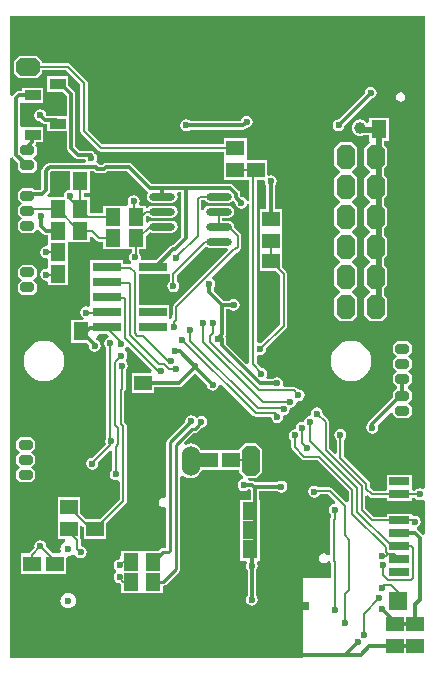
<source format=gbl>
%FSLAX25Y25*%
%MOIN*%
G70*
G01*
G75*
G04 Layer_Physical_Order=2*
G04 Layer_Color=16711680*
%ADD10R,0.05118X0.02165*%
%ADD11R,0.00984X0.02756*%
%ADD12R,0.02756X0.00984*%
%ADD13R,0.02756X0.01000*%
%ADD14R,0.01000X0.02756*%
%ADD15O,0.01102X0.05906*%
%ADD16O,0.05906X0.01102*%
%ADD17R,0.04331X0.02559*%
%ADD18O,0.08661X0.02362*%
%ADD19C,0.03937*%
%ADD20R,0.05118X0.05906*%
%ADD21R,0.05906X0.05118*%
%ADD22R,0.16535X0.05512*%
%ADD23R,0.09843X0.07874*%
%ADD24R,0.09055X0.01969*%
%ADD25R,0.05512X0.03543*%
%ADD26R,0.05118X0.06299*%
%ADD27R,0.07874X0.07874*%
%ADD28R,0.10630X0.06299*%
%ADD29R,0.07874X0.04724*%
%ADD30R,0.10236X0.08661*%
%ADD31C,0.00800*%
%ADD32C,0.01200*%
%ADD33C,0.01181*%
%ADD34C,0.01969*%
%ADD35C,0.01000*%
%ADD36C,0.00787*%
%ADD37C,0.02000*%
%ADD38O,0.06000X0.10000*%
G04:AMPARAMS|DCode=39|XSize=100mil|YSize=60mil|CornerRadius=0mil|HoleSize=0mil|Usage=FLASHONLY|Rotation=270.000|XOffset=0mil|YOffset=0mil|HoleType=Round|Shape=Octagon|*
%AMOCTAGOND39*
4,1,8,-0.01500,-0.05000,0.01500,-0.05000,0.03000,-0.03500,0.03000,0.03500,0.01500,0.05000,-0.01500,0.05000,-0.03000,0.03500,-0.03000,-0.03500,-0.01500,-0.05000,0.0*
%
%ADD39OCTAGOND39*%

G04:AMPARAMS|DCode=40|XSize=80mil|YSize=60mil|CornerRadius=0mil|HoleSize=0mil|Usage=FLASHONLY|Rotation=0.000|XOffset=0mil|YOffset=0mil|HoleType=Round|Shape=Octagon|*
%AMOCTAGOND40*
4,1,8,0.04000,-0.01500,0.04000,0.01500,0.02500,0.03000,-0.02500,0.03000,-0.04000,0.01500,-0.04000,-0.01500,-0.02500,-0.03000,0.02500,-0.03000,0.04000,-0.01500,0.0*
%
%ADD40OCTAGOND40*%

G04:AMPARAMS|DCode=41|XSize=31.5mil|YSize=39.37mil|CornerRadius=0mil|HoleSize=0mil|Usage=FLASHONLY|Rotation=90.000|XOffset=0mil|YOffset=0mil|HoleType=Round|Shape=Octagon|*
%AMOCTAGOND41*
4,1,8,-0.01969,-0.00787,-0.01969,0.00787,-0.01181,0.01575,0.01181,0.01575,0.01969,0.00787,0.01969,-0.00787,0.01181,-0.01575,-0.01181,-0.01575,-0.01969,-0.00787,0.0*
%
%ADD41OCTAGOND41*%

G04:AMPARAMS|DCode=42|XSize=35.43mil|YSize=47.24mil|CornerRadius=0mil|HoleSize=0mil|Usage=FLASHONLY|Rotation=90.000|XOffset=0mil|YOffset=0mil|HoleType=Round|Shape=Octagon|*
%AMOCTAGOND42*
4,1,8,-0.02362,-0.00886,-0.02362,0.00886,-0.01476,0.01772,0.01476,0.01772,0.02362,0.00886,0.02362,-0.00886,0.01476,-0.01772,-0.01476,-0.01772,-0.02362,-0.00886,0.0*
%
%ADD42OCTAGOND42*%

G04:AMPARAMS|DCode=43|XSize=80mil|YSize=60mil|CornerRadius=0mil|HoleSize=0mil|Usage=FLASHONLY|Rotation=90.000|XOffset=0mil|YOffset=0mil|HoleType=Round|Shape=Octagon|*
%AMOCTAGOND43*
4,1,8,0.01500,0.04000,-0.01500,0.04000,-0.03000,0.02500,-0.03000,-0.02500,-0.01500,-0.04000,0.01500,-0.04000,0.03000,-0.02500,0.03000,0.02500,0.01500,0.04000,0.0*
%
%ADD43OCTAGOND43*%

%ADD44C,0.02362*%
%ADD45R,0.09449X0.02913*%
%ADD46R,0.05512X0.03150*%
%ADD47R,0.05906X0.05118*%
%ADD48R,0.06890X0.02756*%
%ADD49R,0.05906X0.05906*%
%ADD50R,0.03150X0.05906*%
%ADD51R,0.06102X0.03937*%
G36*
X528524Y241042D02*
X527802Y240655D01*
X527540Y240831D01*
X526772Y240983D01*
X526004Y240831D01*
X525352Y240396D01*
X525213Y240187D01*
X524890D01*
X524311Y240766D01*
Y241142D01*
Y241142D01*
D01*
X524311Y241721D01*
X524311Y241721D01*
X524311Y241721D01*
Y245472D01*
X515846D01*
Y241721D01*
X515846Y241721D01*
X515846Y241721D01*
X515846Y241142D01*
Y241142D01*
D01*
Y240766D01*
X515267Y240187D01*
X511525D01*
X510278Y241434D01*
Y242507D01*
X510278Y242507D01*
X510186Y242970D01*
X510099Y243101D01*
X509924Y243363D01*
X509924Y243363D01*
X501621Y251666D01*
Y257201D01*
X501829Y257341D01*
X502264Y257992D01*
X502417Y258760D01*
X502264Y259528D01*
X501829Y260179D01*
X501178Y260614D01*
X500410Y260767D01*
X499642Y260614D01*
X498991Y260179D01*
X498556Y259528D01*
X498403Y258760D01*
X498556Y257992D01*
X498991Y257341D01*
X499199Y257201D01*
Y252878D01*
X498443Y252565D01*
X496683Y254324D01*
Y262992D01*
X496683Y262992D01*
X496591Y263455D01*
X496328Y263848D01*
X494478Y265699D01*
X494527Y265945D01*
X494374Y266713D01*
X493939Y267364D01*
X493288Y267799D01*
X492520Y267952D01*
X491752Y267799D01*
X491101Y267364D01*
X490665Y266713D01*
X490513Y265945D01*
X490537Y265823D01*
X490082Y265142D01*
X489586Y265043D01*
X488935Y264608D01*
X488500Y263957D01*
X488347Y263189D01*
X488070Y263134D01*
X487598Y263228D01*
X486830Y263075D01*
X486179Y262640D01*
X485744Y261988D01*
X485591Y261221D01*
D01*
X485236Y260668D01*
D01*
X484468Y260516D01*
X483817Y260081D01*
X483382Y259430D01*
X483229Y258661D01*
X483382Y257893D01*
X483817Y257242D01*
X484026Y257103D01*
Y254686D01*
X484026Y254686D01*
X484118Y254223D01*
X484380Y253830D01*
X487485Y250725D01*
X487485Y250725D01*
X487878Y250463D01*
X487955Y250447D01*
X488341Y250370D01*
X488341Y250370D01*
X492723D01*
X503095Y239998D01*
Y236695D01*
X502338Y236382D01*
X497707Y241014D01*
X497314Y241276D01*
X496850Y241368D01*
X496850Y241368D01*
X493082D01*
X492500Y241757D01*
X491732Y241909D01*
X490964Y241757D01*
X490313Y241322D01*
X489878Y240670D01*
X489725Y239902D01*
X489878Y239134D01*
X490313Y238483D01*
X490964Y238048D01*
X491732Y237895D01*
X492500Y238048D01*
X493152Y238483D01*
X493461Y238947D01*
X496349D01*
X498592Y236704D01*
X498449Y235987D01*
X498412Y235863D01*
X497657Y235713D01*
X497006Y235278D01*
X496571Y234626D01*
X496418Y233858D01*
X496571Y233090D01*
X497006Y232439D01*
X497215Y232300D01*
Y231364D01*
X497199Y231341D01*
X497038Y231100D01*
X496946Y230637D01*
X496946Y230637D01*
Y218873D01*
X496162Y218635D01*
X496017Y218852D01*
X495496Y219200D01*
X494882Y219322D01*
X494267Y219200D01*
X493747Y218852D01*
X493399Y218331D01*
X493276Y217717D01*
X493399Y217102D01*
X493747Y216581D01*
X494267Y216233D01*
X494882Y216111D01*
X495496Y216233D01*
X496017Y216581D01*
X496187Y216835D01*
X496990Y216675D01*
X497038Y216435D01*
X497214Y216172D01*
Y211024D01*
X487795D01*
Y184468D01*
X390374D01*
Y237795D01*
X390374Y237795D01*
X390374Y237795D01*
Y237795D01*
Y351157D01*
X391157Y351395D01*
X391313Y351161D01*
X391313Y351161D01*
X391313Y351161D01*
X392913Y349561D01*
Y347342D01*
X394193Y346063D01*
X397933D01*
X399213Y347342D01*
Y349902D01*
X397992Y351122D01*
X399213Y352343D01*
Y354902D01*
X398709Y355405D01*
X398945Y355758D01*
X399052Y356299D01*
X401378D01*
Y361417D01*
X394291D01*
D01*
X394291D01*
X393728Y361981D01*
Y369488D01*
X394291D01*
Y369488D01*
X401378D01*
Y374606D01*
X394291D01*
Y373462D01*
X393307D01*
X392766Y373354D01*
X392307Y373047D01*
X391313Y372054D01*
X391157Y371820D01*
X390374Y372058D01*
Y398603D01*
X528524D01*
Y241042D01*
D02*
G37*
G36*
X510168Y238120D02*
X510168Y238120D01*
X510560Y237858D01*
X510560Y237858D01*
X510560Y237858D01*
D01*
X510560Y237858D01*
X510560Y237858D01*
X511024Y237766D01*
X515846D01*
Y236811D01*
X524311D01*
Y237766D01*
X525213D01*
X525352Y237557D01*
X526004Y237122D01*
X526772Y236969D01*
X527540Y237122D01*
X527802Y237297D01*
X528524Y236911D01*
Y225912D01*
X527797Y225426D01*
X527768Y225414D01*
X526197Y226985D01*
X525785Y227260D01*
X525945Y228063D01*
X525965Y228067D01*
X526616Y228502D01*
X527051Y229153D01*
X527204Y229921D01*
X527051Y230689D01*
X526616Y231341D01*
X525965Y231776D01*
X525197Y231928D01*
X524944Y231878D01*
X524311Y232398D01*
Y232480D01*
X515846D01*
Y231526D01*
X511525D01*
X508691Y234360D01*
Y238527D01*
X509447Y238840D01*
X510168Y238120D01*
D02*
G37*
%LPC*%
G36*
X522933Y290098D02*
X519193D01*
X517913Y288819D01*
Y286260D01*
X519134Y285039D01*
X517913Y283819D01*
Y281260D01*
X519134Y280039D01*
X517913Y278819D01*
Y276260D01*
X519193Y274980D01*
Y274980D01*
D01*
Y274488D01*
X519193D01*
X519193Y274488D01*
X517913Y273209D01*
Y271305D01*
X510023Y263415D01*
X509717Y262956D01*
X509661Y262678D01*
X509604Y262640D01*
X509169Y261988D01*
X509017Y261221D01*
X509169Y260452D01*
X509604Y259801D01*
X510256Y259366D01*
X511024Y259213D01*
X511792Y259366D01*
X512443Y259801D01*
X512878Y260452D01*
X513031Y261221D01*
X512878Y261988D01*
X512766Y262156D01*
X517157Y266547D01*
X517913Y266234D01*
Y265650D01*
X519193Y264370D01*
X522933D01*
X524213Y265650D01*
Y268209D01*
X522992Y269429D01*
X524213Y270650D01*
Y273209D01*
X522933Y274488D01*
Y274488D01*
D01*
Y274980D01*
X522933D01*
X522933Y274980D01*
X524213Y276260D01*
Y278819D01*
X522992Y280039D01*
X524213Y281260D01*
Y283819D01*
X522992Y285039D01*
X524213Y286260D01*
Y288819D01*
X522933Y290098D01*
D02*
G37*
G36*
X397933Y315551D02*
X394193D01*
X392913Y314272D01*
Y311713D01*
X394134Y310492D01*
X392913Y309272D01*
Y306713D01*
X394193Y305433D01*
X397933D01*
X399213Y306713D01*
Y309272D01*
X397992Y310492D01*
X399213Y311713D01*
Y314272D01*
X397933Y315551D01*
D02*
G37*
G36*
X450681Y265393D02*
X449913Y265240D01*
X449262Y264805D01*
X448827Y264154D01*
X448674Y263386D01*
X448699Y263260D01*
X442773Y257334D01*
X442488Y256908D01*
X442388Y256405D01*
Y238302D01*
X441755Y237782D01*
X441535Y237826D01*
X440921Y237704D01*
X440400Y237356D01*
X440052Y236835D01*
X439930Y236221D01*
X440052Y235606D01*
X440400Y235085D01*
X440921Y234737D01*
X441535Y234615D01*
X441755Y234659D01*
X442388Y234139D01*
Y221194D01*
X441338D01*
X440835Y221094D01*
X440410Y220809D01*
X439876Y220276D01*
X434646D01*
D01*
D01*
X434646Y220276D01*
X433858D01*
Y220276D01*
X427165D01*
Y219341D01*
X426772Y217361D01*
X426004Y217209D01*
X425352Y216774D01*
X424917Y216122D01*
X424765Y215354D01*
X424917Y214586D01*
X425352Y213935D01*
X425562Y213795D01*
Y212976D01*
X425352Y212837D01*
X424917Y212185D01*
X424765Y211417D01*
X424917Y210649D01*
X425352Y209998D01*
X426004Y209563D01*
X426648Y209435D01*
X427097Y208986D01*
X427097Y208986D01*
X427165Y208941D01*
Y206102D01*
X433858D01*
Y206102D01*
X433858D01*
X433858Y206102D01*
X434646D01*
Y206102D01*
X441339D01*
Y208530D01*
X441840Y208630D01*
X442266Y208914D01*
X442266Y208914D01*
X442266Y208914D01*
X446629Y213278D01*
X446913Y213703D01*
X447013Y214206D01*
Y244944D01*
X447658Y245439D01*
X447748Y245483D01*
X448523Y244889D01*
X449444Y244507D01*
X450433Y244377D01*
X451422Y244507D01*
X452343Y244889D01*
X453134Y245496D01*
X453741Y246287D01*
X454123Y247208D01*
X454128Y247244D01*
X466646D01*
Y246303D01*
X468084Y244864D01*
X467847Y244081D01*
X467342Y243980D01*
X466691Y243545D01*
X466256Y242894D01*
X466103Y242126D01*
X466256Y241358D01*
X466691Y240707D01*
X467342Y240272D01*
X468110Y240119D01*
X468878Y240272D01*
X469529Y240707D01*
X469532Y240711D01*
X470280D01*
X470436Y240556D01*
Y237205D01*
X466929D01*
Y230904D01*
X466929D01*
Y223424D01*
X466929D01*
Y216929D01*
X468814D01*
X469200Y216207D01*
X469012Y215926D01*
X468859Y215158D01*
X469012Y214389D01*
X469447Y213738D01*
X469452Y213735D01*
Y205359D01*
X469447Y205356D01*
X469012Y204705D01*
X468859Y203937D01*
X469012Y203169D01*
X469447Y202518D01*
X470098Y202083D01*
X470866Y201930D01*
X471634Y202083D01*
X472285Y202518D01*
X472720Y203169D01*
X472873Y203937D01*
X472720Y204705D01*
X472285Y205356D01*
X472281Y205359D01*
Y213735D01*
X472285Y213738D01*
X472720Y214389D01*
X472873Y215158D01*
X472720Y215926D01*
X472532Y216207D01*
X472919Y216929D01*
X473622D01*
Y224409D01*
X473622D01*
Y229724D01*
X473622D01*
Y237205D01*
X473265D01*
Y240121D01*
X479286D01*
X479289Y240116D01*
X479941Y239681D01*
X480709Y239528D01*
X481477Y239681D01*
X482128Y240116D01*
X482563Y240767D01*
X482716Y241535D01*
X482563Y242303D01*
X482128Y242955D01*
X481477Y243390D01*
X480709Y243543D01*
X479941Y243390D01*
X479289Y242955D01*
X479286Y242950D01*
X472043D01*
X471866Y243126D01*
X471408Y243433D01*
X470866Y243541D01*
X470070D01*
X469583Y244198D01*
X469647Y244409D01*
X472327D01*
X474221Y246303D01*
Y254090D01*
X472327Y255984D01*
X468539D01*
X466646Y254090D01*
Y253937D01*
X453812D01*
X453741Y254107D01*
X453134Y254898D01*
X452343Y255505D01*
X451422Y255887D01*
X450433Y256017D01*
X449444Y255887D01*
X448690Y255574D01*
X448235Y256255D01*
X451372Y259392D01*
X451792D01*
X452294Y259492D01*
X452720Y259777D01*
X452720Y259777D01*
X452720Y259777D01*
X454125Y261182D01*
X454811Y261318D01*
X455463Y261754D01*
X455898Y262405D01*
X456050Y263173D01*
X455898Y263941D01*
X455463Y264592D01*
X454811Y265027D01*
X454043Y265180D01*
X453275Y265027D01*
X452624Y264592D01*
D01*
X452624Y264592D01*
X452624Y264592D01*
X452624Y264592D01*
Y264592D01*
X452100Y264805D01*
Y264805D01*
X451449Y265240D01*
X450681Y265393D01*
D02*
G37*
G36*
X401575Y290190D02*
X400263Y290061D01*
X399001Y289678D01*
X397838Y289056D01*
X396819Y288220D01*
X395983Y287201D01*
X395361Y286038D01*
X394979Y284777D01*
X394849Y283465D01*
X394979Y282153D01*
X395361Y280891D01*
X395983Y279728D01*
X396819Y278709D01*
X397838Y277873D01*
X399001Y277251D01*
X400263Y276869D01*
X401575Y276739D01*
X402887Y276869D01*
X404148Y277251D01*
X405311Y277873D01*
X406330Y278709D01*
X407167Y279728D01*
X407788Y280891D01*
X408171Y282153D01*
X408300Y283465D01*
X408171Y284777D01*
X407788Y286038D01*
X407167Y287201D01*
X406330Y288220D01*
X405311Y289056D01*
X404148Y289678D01*
X402887Y290061D01*
X401575Y290190D01*
D02*
G37*
G36*
X503937D02*
X502625Y290061D01*
X501363Y289678D01*
X500201Y289056D01*
X499182Y288220D01*
X498345Y287201D01*
X497724Y286038D01*
X497341Y284777D01*
X497212Y283465D01*
X497341Y282153D01*
X497724Y280891D01*
X498345Y279728D01*
X499182Y278709D01*
X500201Y277873D01*
X501363Y277251D01*
X502625Y276869D01*
X503937Y276739D01*
X505249Y276869D01*
X506511Y277251D01*
X507673Y277873D01*
X508693Y278709D01*
X509529Y279728D01*
X510150Y280891D01*
X510533Y282153D01*
X510662Y283465D01*
X510533Y284777D01*
X510150Y286038D01*
X509529Y287201D01*
X508693Y288220D01*
X507673Y289056D01*
X506511Y289678D01*
X505249Y290061D01*
X503937Y290190D01*
D02*
G37*
G36*
X504098Y356283D02*
X500311D01*
X498417Y354390D01*
Y348602D01*
X500311Y346709D01*
Y346709D01*
D01*
Y346283D01*
X498417Y344390D01*
Y338602D01*
X500311Y336709D01*
Y336709D01*
D01*
Y336283D01*
X498417Y334390D01*
Y328602D01*
X500311Y326709D01*
Y326709D01*
D01*
Y326283D01*
X498417Y324390D01*
Y318602D01*
X500311Y316709D01*
Y316709D01*
D01*
Y316283D01*
X498417Y314390D01*
Y308602D01*
X500311Y306709D01*
Y306709D01*
D01*
Y306283D01*
X498417Y304390D01*
Y298602D01*
X500311Y296709D01*
X504098D01*
X505992Y298602D01*
Y304390D01*
X504098Y306283D01*
Y306709D01*
X505992Y308602D01*
Y314390D01*
X504098Y316283D01*
Y316709D01*
X505992Y318602D01*
Y324390D01*
X504098Y326283D01*
Y326709D01*
X505992Y328602D01*
Y334390D01*
X504098Y336283D01*
Y336709D01*
X505992Y338602D01*
Y344390D01*
X504098Y346283D01*
Y346709D01*
X505992Y348602D01*
Y354390D01*
X504098Y356283D01*
D02*
G37*
G36*
X397342Y258090D02*
X393602D01*
X392323Y256811D01*
Y254252D01*
X393543Y253031D01*
X392323Y251811D01*
Y249252D01*
X393543Y248031D01*
X392323Y246811D01*
Y244252D01*
X393602Y242972D01*
X397342D01*
X398622Y244252D01*
Y246811D01*
X397402Y248031D01*
X398622Y249252D01*
Y251811D01*
X397402Y253031D01*
X398622Y254252D01*
Y256811D01*
X397342Y258090D01*
D02*
G37*
G36*
X399153Y385205D02*
X393366D01*
X391472Y383311D01*
Y379524D01*
X393366Y377630D01*
X399153D01*
X401047Y379524D01*
Y380285D01*
X408947D01*
X413750Y375483D01*
Y360039D01*
X413750Y360039D01*
X413842Y359576D01*
X414105Y359183D01*
X419687Y353601D01*
X419687Y353601D01*
X420080Y353338D01*
X420543Y353246D01*
X461626D01*
Y351110D01*
X461626Y351110D01*
X461626Y350323D01*
X461626D01*
Y343630D01*
X469106D01*
Y343701D01*
X470049D01*
Y336782D01*
X469234Y336701D01*
X469177Y336988D01*
X468742Y337640D01*
X468091Y338075D01*
X467323Y338228D01*
X467317Y338227D01*
X466975Y338569D01*
Y339273D01*
X466975Y339273D01*
X466975Y339273D01*
X466867Y339814D01*
X466764Y339969D01*
X466764Y339969D01*
X466561Y340273D01*
Y340273D01*
X466561Y340273D01*
X464701Y342132D01*
X464242Y342439D01*
X463701Y342547D01*
X437406D01*
X430922Y349032D01*
X430463Y349338D01*
X429921Y349446D01*
X422136D01*
X421595Y349338D01*
X421136Y349032D01*
X420950Y348846D01*
X419994D01*
X419809Y349032D01*
X419350Y349338D01*
X419286Y349351D01*
X418973Y350108D01*
X419176Y350412D01*
X419329Y351180D01*
X419176Y351948D01*
X418741Y352600D01*
X418314Y352885D01*
X418126Y353166D01*
X417667Y353472D01*
X417126Y353580D01*
X413578D01*
X412044Y355114D01*
Y372441D01*
X411937Y372982D01*
X411630Y373441D01*
X409646Y375426D01*
Y378346D01*
X402559D01*
Y373228D01*
X407842D01*
X409215Y371855D01*
Y365158D01*
X405893D01*
X405709Y365194D01*
X402554D01*
X402400Y365349D01*
X402401Y365354D01*
X402248Y366122D01*
X401813Y366774D01*
X401162Y367209D01*
X400394Y367361D01*
X399626Y367209D01*
X398974Y366774D01*
X398539Y366122D01*
X398387Y365354D01*
X398539Y364586D01*
X398974Y363935D01*
X399626Y363500D01*
X400394Y363347D01*
X400399Y363348D01*
X400968Y362779D01*
X401427Y362473D01*
X401968Y362365D01*
X402559D01*
Y360039D01*
X409215D01*
Y354528D01*
X409323Y353986D01*
X409630Y353527D01*
X409630Y353527D01*
X409630Y353527D01*
X411992Y351165D01*
X412451Y350858D01*
X412992Y350751D01*
X415146D01*
X415567Y350048D01*
X415245Y349446D01*
X403543D01*
X403002Y349338D01*
X402543Y349032D01*
X402475Y348964D01*
X402427Y348954D01*
X401968Y348647D01*
X401156Y347835D01*
X400849Y347376D01*
X400741Y346834D01*
Y340931D01*
X400202Y340391D01*
X398704D01*
X397933Y341161D01*
X394193D01*
X392913Y339882D01*
Y337323D01*
X394134Y336102D01*
X392913Y334882D01*
Y332323D01*
X394134Y331102D01*
X392913Y329882D01*
Y327323D01*
X394193Y326043D01*
X397933D01*
X399102Y327212D01*
X399921D01*
X401362Y325771D01*
X401821Y325465D01*
X402362Y325357D01*
X402756D01*
Y323031D01*
Y322015D01*
X402362Y321692D01*
X401594Y321539D01*
X400943Y321104D01*
X400508Y320453D01*
X400355Y319685D01*
X400508Y318917D01*
X400943Y318266D01*
X401594Y317831D01*
X402362Y317678D01*
X402756Y317355D01*
Y315945D01*
Y314535D01*
X402362Y314212D01*
X401594Y314059D01*
X400943Y313624D01*
X400508Y312973D01*
X400355Y312205D01*
X400508Y311437D01*
X400943Y310786D01*
X401594Y310350D01*
X402362Y310198D01*
X402756Y309875D01*
Y308661D01*
X409449D01*
Y315945D01*
Y323031D01*
X410236D01*
Y323031D01*
X416929D01*
Y324777D01*
X417686Y325090D01*
X419223Y323553D01*
X419223Y323553D01*
X419615Y323291D01*
X419692Y323276D01*
X420079Y323199D01*
X420079Y323199D01*
X421260D01*
Y320669D01*
X427953D01*
Y320669D01*
X427953D01*
X427953Y320669D01*
X428740D01*
Y320669D01*
X430876D01*
Y319800D01*
X430471Y319529D01*
X430035Y318878D01*
X429883Y318110D01*
X430035Y317342D01*
X430471Y316691D01*
X430738Y316512D01*
X430730Y316494D01*
D01*
X430424Y315756D01*
X430315Y315778D01*
X430315Y315778D01*
X427953D01*
Y316968D01*
X416929D01*
Y312480D01*
X416929Y312480D01*
X416929Y311968D01*
X416929D01*
Y307480D01*
X416929Y307480D01*
X416929Y306968D01*
X416929D01*
Y302480D01*
X416929D01*
Y302024D01*
X416296Y301504D01*
X415748Y301613D01*
X414980Y301461D01*
X414329Y301026D01*
X413894Y300374D01*
X413741Y299606D01*
X413894Y298838D01*
X414329Y298187D01*
X414862Y297831D01*
X414624Y297047D01*
X410630D01*
Y289567D01*
X415716D01*
X416530Y288753D01*
X416496Y288582D01*
X416649Y287814D01*
X417084Y287163D01*
X417735Y286728D01*
X418503Y286575D01*
X419271Y286728D01*
X419922Y287163D01*
X420357Y287814D01*
X420510Y288582D01*
X420357Y289350D01*
X419922Y290001D01*
X419271Y290436D01*
X419271Y290436D01*
X419271D01*
X418852Y290794D01*
X418852Y290794D01*
X419200Y291315D01*
X419322Y291929D01*
X419774Y292480D01*
X422702D01*
X423189Y291823D01*
X423018Y291257D01*
X422853Y291224D01*
X422202Y290789D01*
X421767Y290138D01*
X421614Y289370D01*
X421767Y288601D01*
X422202Y287950D01*
X422410Y287811D01*
Y283623D01*
X422392Y283528D01*
X422392Y283528D01*
Y257805D01*
X422161Y257461D01*
X422009Y256693D01*
X422161Y255925D01*
X422304Y255712D01*
X417796Y251204D01*
X417717Y251220D01*
X416949Y251067D01*
X416297Y250632D01*
X415862Y249981D01*
X415709Y249213D01*
X415862Y248445D01*
X416297Y247793D01*
X416949Y247358D01*
X417717Y247205D01*
X418485Y247358D01*
X419136Y247793D01*
X419571Y248445D01*
X419724Y249213D01*
X419641Y249625D01*
X423623Y253607D01*
X424380Y253294D01*
Y252562D01*
X424380Y252562D01*
X424386Y252530D01*
Y247232D01*
X424171Y247089D01*
X423736Y246437D01*
X423584Y245669D01*
X423736Y244901D01*
X424171Y244250D01*
X424823Y243815D01*
X425591Y243662D01*
X426128Y243769D01*
X426761Y243250D01*
Y237331D01*
X420138Y230709D01*
X415689D01*
X413583Y232815D01*
Y238189D01*
X406102D01*
Y231496D01*
X406102Y231496D01*
X406102Y230709D01*
X406102D01*
Y224016D01*
X408464D01*
X408623Y223213D01*
X408355Y223101D01*
X407821Y222691D01*
X407410Y222157D01*
X407153Y221534D01*
X407064Y220866D01*
X407153Y220198D01*
X407246Y219972D01*
X406791Y219291D01*
X404468D01*
X402352Y221408D01*
X402401Y221654D01*
X402248Y222422D01*
X401813Y223073D01*
X401162Y223508D01*
X400394Y223661D01*
X399626Y223508D01*
X398974Y223073D01*
X398539Y222422D01*
X398387Y221654D01*
X398436Y221408D01*
X396782Y219754D01*
X396519Y219361D01*
X396505Y219291D01*
X393898D01*
Y212598D01*
X401378D01*
Y212598D01*
D01*
X401378Y212598D01*
X401378D01*
Y212598D01*
X408858D01*
Y217768D01*
X409474Y218308D01*
X409646Y218285D01*
X410314Y218373D01*
X410936Y218631D01*
X411241Y218865D01*
X412049Y218731D01*
X412360Y218266D01*
X413012Y217831D01*
X413779Y217678D01*
X414548Y217831D01*
X415199Y218266D01*
X415634Y218917D01*
X415787Y219685D01*
X415634Y220453D01*
X415199Y221104D01*
X414548Y221539D01*
X413815Y221685D01*
Y223825D01*
X413723Y224289D01*
X413583Y224499D01*
Y228320D01*
X414083Y228527D01*
X414764Y228073D01*
Y224016D01*
X422244D01*
Y229390D01*
X428828Y235974D01*
X428828Y235974D01*
X429090Y236367D01*
X429182Y236830D01*
Y261678D01*
X429090Y262141D01*
X428828Y262534D01*
X428828Y262534D01*
X428369Y262993D01*
Y273314D01*
X428414Y273359D01*
X428414Y273359D01*
X428677Y273752D01*
X428692Y273829D01*
X428769Y274215D01*
X428769Y274215D01*
Y280331D01*
X428977Y280470D01*
X429413Y281121D01*
X429565Y281889D01*
X429413Y282657D01*
X428977Y283308D01*
X428977D01*
X428781Y283817D01*
D01*
X429216Y284468D01*
X429369Y285236D01*
X429216Y286004D01*
X428781Y286655D01*
X428662Y286735D01*
X428577Y287549D01*
X428584Y287557D01*
X428584Y287557D01*
X428584D01*
X428959Y288119D01*
X429774Y288199D01*
X437689Y280284D01*
X437375Y279528D01*
X430905D01*
Y272835D01*
X438386D01*
Y274766D01*
X446655D01*
X447196Y274874D01*
X447655Y275181D01*
X447655Y275181D01*
X447655Y275181D01*
X451968Y279494D01*
X455867Y275595D01*
X455866Y275590D01*
X456019Y274822D01*
X456454Y274171D01*
X457105Y273736D01*
X457873Y273583D01*
X458641Y273736D01*
X459292Y274171D01*
X459727Y274822D01*
X459878Y275578D01*
X459990Y275612D01*
X460720Y275757D01*
X471262Y265214D01*
X471262Y265214D01*
X471655Y264952D01*
X472119Y264860D01*
X477243D01*
X477323Y264763D01*
X477476Y263995D01*
X477911Y263344D01*
X478562Y262909D01*
X479330Y262756D01*
X480098Y262909D01*
X480749Y263344D01*
X481184Y263995D01*
X481337Y264763D01*
D01*
X481495Y265315D01*
D01*
X482263Y265468D01*
X482914Y265903D01*
X483349Y266554D01*
X483502Y267322D01*
D01*
X483661Y267875D01*
D01*
X484430Y268028D01*
X485081Y268463D01*
X485516Y269114D01*
X485614Y269609D01*
X486295Y270064D01*
X486417Y270040D01*
X487185Y270193D01*
X487837Y270628D01*
X488272Y271279D01*
X488424Y272047D01*
X488272Y272815D01*
X487837Y273466D01*
X487185Y273902D01*
X486417Y274054D01*
X486171Y274005D01*
X485699Y274478D01*
X485306Y274741D01*
X484842Y274833D01*
X484811Y274826D01*
X481753D01*
X481233Y275459D01*
X481338Y275984D01*
X481185Y276752D01*
X480750Y277403D01*
X480099Y277838D01*
X479331Y277991D01*
X478563Y277838D01*
X477912Y277403D01*
X477908Y277399D01*
X476092D01*
X475706Y278121D01*
X475869Y278365D01*
X476022Y279133D01*
X475869Y279901D01*
X475434Y280553D01*
X474783Y280988D01*
X474140Y281116D01*
X472464Y282791D01*
Y284979D01*
X473097Y285499D01*
X473622Y285395D01*
X474390Y285547D01*
X475041Y285982D01*
X475476Y286633D01*
X475629Y287402D01*
X475580Y287648D01*
X482352Y294420D01*
X482352Y294420D01*
X482615Y294812D01*
X482707Y295276D01*
Y312402D01*
X482707Y312402D01*
X482615Y312865D01*
X482352Y313258D01*
X480905Y314704D01*
Y320079D01*
D01*
Y320079D01*
X480905Y320079D01*
Y320079D01*
X480905D01*
X480905D01*
Y326772D01*
D01*
Y326772D01*
X480905Y326772D01*
Y327559D01*
X480905D01*
Y334252D01*
X478580D01*
Y341885D01*
X478585Y341888D01*
X479020Y342539D01*
X479172Y343307D01*
X479020Y344075D01*
X478585Y344726D01*
X477933Y345161D01*
X477165Y345314D01*
X476617Y345205D01*
X475984Y345725D01*
Y350394D01*
X469106D01*
Y351110D01*
X469106D01*
Y357803D01*
X461626D01*
Y355667D01*
X421045D01*
X416171Y360541D01*
Y375984D01*
X416171Y375984D01*
X416094Y376371D01*
X416079Y376448D01*
X415817Y376840D01*
X415817Y376840D01*
X410305Y382352D01*
X409912Y382615D01*
X409449Y382707D01*
X409449Y382707D01*
X401047D01*
Y383311D01*
X399153Y385205D01*
D02*
G37*
G36*
X516535Y364370D02*
X509842D01*
Y363173D01*
X509067Y362910D01*
X508855Y363186D01*
X508280Y363628D01*
X507609Y363905D01*
X506890Y364000D01*
X506170Y363905D01*
X505500Y363628D01*
X504924Y363186D01*
X504483Y362610D01*
X504205Y361940D01*
X504110Y361221D01*
X504205Y360501D01*
X504483Y359831D01*
X504924Y359255D01*
X505500Y358813D01*
X506170Y358536D01*
X506890Y358441D01*
X507609Y358536D01*
X508076Y358729D01*
X509842D01*
Y356890D01*
X509847D01*
X510161Y356133D01*
X508417Y354390D01*
Y348602D01*
X510311Y346709D01*
Y346709D01*
D01*
Y346283D01*
X508417Y344390D01*
Y338602D01*
X510311Y336709D01*
Y336709D01*
D01*
Y336283D01*
X508417Y334390D01*
Y328602D01*
X510311Y326709D01*
Y326709D01*
D01*
Y326283D01*
X508417Y324390D01*
Y318602D01*
X510311Y316709D01*
Y316709D01*
D01*
Y316283D01*
X508417Y314390D01*
Y308602D01*
X510311Y306709D01*
Y306709D01*
D01*
Y306283D01*
X508417Y304390D01*
Y298602D01*
X510311Y296709D01*
X514098D01*
X515992Y298602D01*
Y304390D01*
X515011Y305370D01*
Y307622D01*
X515992Y308602D01*
Y314390D01*
X515011Y315370D01*
Y317622D01*
X515992Y318602D01*
Y324390D01*
X515011Y325371D01*
Y327622D01*
X515992Y328602D01*
Y334390D01*
X515011Y335370D01*
Y337622D01*
X515992Y338602D01*
Y344390D01*
X515011Y345371D01*
Y347622D01*
X515992Y348602D01*
Y354390D01*
X515011Y355370D01*
Y356890D01*
X516535D01*
Y364370D01*
D02*
G37*
G36*
X469095Y365196D02*
X468326Y365043D01*
X467675Y364608D01*
X467240Y363957D01*
X467134Y363422D01*
X450438D01*
X450435Y363427D01*
X449784Y363862D01*
X449016Y364015D01*
X448248Y363862D01*
X447597Y363427D01*
X447161Y362776D01*
X447009Y362008D01*
X447161Y361240D01*
X447597Y360589D01*
X448248Y360154D01*
X449016Y360001D01*
X449784Y360154D01*
X450435Y360589D01*
X450438Y360593D01*
X467913D01*
X468455Y360701D01*
X468914Y361008D01*
X468914Y361008D01*
X468914Y361008D01*
X469089Y361183D01*
X469095Y361182D01*
X469863Y361335D01*
X470514Y361770D01*
X470949Y362421D01*
X471102Y363189D01*
X470949Y363957D01*
X470514Y364608D01*
X469863Y365043D01*
X469095Y365196D01*
D02*
G37*
G36*
X520472Y373062D02*
X519858Y372940D01*
X519337Y372592D01*
X518989Y372071D01*
X518867Y371457D01*
X518989Y370842D01*
X519337Y370321D01*
X519858Y369973D01*
X520472Y369851D01*
X521087Y369973D01*
X521608Y370321D01*
X521956Y370842D01*
X522078Y371457D01*
X521956Y372071D01*
X521608Y372592D01*
X521087Y372940D01*
X520472Y373062D01*
D02*
G37*
G36*
X409646Y206125D02*
X408978Y206037D01*
X408355Y205779D01*
X407821Y205369D01*
X407410Y204834D01*
X407153Y204212D01*
X407064Y203544D01*
X407153Y202876D01*
X407410Y202253D01*
X407821Y201719D01*
X408355Y201308D01*
X408978Y201050D01*
X409646Y200963D01*
X410314Y201050D01*
X410936Y201308D01*
X411471Y201719D01*
X411881Y202253D01*
X412139Y202876D01*
X412227Y203544D01*
X412139Y204212D01*
X411881Y204834D01*
X411471Y205369D01*
X410936Y205779D01*
X410314Y206037D01*
X409646Y206125D01*
D02*
G37*
G36*
X510433Y374842D02*
X509665Y374689D01*
X509014Y374254D01*
X508579Y373603D01*
X508426Y372835D01*
X508460Y372665D01*
X499809Y364014D01*
X499803Y364015D01*
X499035Y363862D01*
X498384Y363427D01*
X497949Y362776D01*
X497796Y362008D01*
X497949Y361240D01*
X498384Y360589D01*
X499035Y360154D01*
X499803Y360001D01*
X500571Y360154D01*
X501222Y360589D01*
X501657Y361240D01*
X501810Y362008D01*
X501809Y362013D01*
X510671Y370875D01*
X511201Y370980D01*
X511852Y371415D01*
X512287Y372067D01*
X512440Y372835D01*
X512287Y373603D01*
X511852Y374254D01*
X511201Y374689D01*
X510433Y374842D01*
D02*
G37*
%LPD*%
G36*
X410236Y340577D02*
X410236Y340577D01*
X409468Y340424D01*
X408817Y339989D01*
X408382Y339338D01*
X408229Y338570D01*
X407755Y337992D01*
X402874D01*
X402560Y338749D01*
X403156Y339345D01*
X403463Y339804D01*
X403571Y340345D01*
Y346249D01*
X403653Y346331D01*
X403700Y346340D01*
X404114Y346617D01*
X410236D01*
Y340577D01*
D02*
G37*
G36*
X435820Y340132D02*
X436279Y339825D01*
X436182Y339338D01*
X435941Y338977D01*
X435788Y338209D01*
X435941Y337441D01*
X436376Y336789D01*
X437027Y336354D01*
X437795Y336202D01*
X444095D01*
X444863Y336354D01*
X445514Y336789D01*
X445949Y337441D01*
X446102Y338209D01*
X445949Y338977D01*
X445936Y338996D01*
X446322Y339718D01*
X447404D01*
Y324887D01*
X444572Y322055D01*
X444567D01*
X444025Y321947D01*
X443566Y321640D01*
X438894Y316968D01*
X434315D01*
X433796Y317601D01*
X433897Y318110D01*
X433744Y318878D01*
X433309Y319529D01*
X433297Y319537D01*
Y320669D01*
X435433D01*
Y325060D01*
X436848Y326474D01*
X437027Y326354D01*
X437795Y326202D01*
X444095D01*
X444863Y326354D01*
X445514Y326789D01*
X445949Y327441D01*
X446102Y328209D01*
X445949Y328977D01*
X445514Y329628D01*
X444863Y330063D01*
X444095Y330216D01*
X437795D01*
X437027Y330063D01*
X436376Y329628D01*
X436217Y329389D01*
X435433Y329627D01*
Y331359D01*
X436072Y331998D01*
X436376Y331789D01*
X436376Y331789D01*
Y331789D01*
X437027Y331354D01*
X437795Y331202D01*
X444095D01*
X444863Y331354D01*
X445514Y331789D01*
X445949Y332441D01*
X446102Y333209D01*
X445949Y333977D01*
X445514Y334628D01*
X444863Y335063D01*
X444095Y335216D01*
X437795D01*
X437027Y335063D01*
X436376Y334628D01*
X436340Y334573D01*
X435530Y334453D01*
X435433Y334532D01*
Y335236D01*
X433875D01*
X433355Y335869D01*
X433503Y336614D01*
X433350Y337382D01*
X432915Y338033D01*
X432264Y338469D01*
X431496Y338621D01*
X430728Y338469D01*
X430077Y338033D01*
X429642Y337382D01*
X429489Y336614D01*
X429637Y335869D01*
X429118Y335236D01*
X428740D01*
D01*
D01*
X428740Y335236D01*
X427953D01*
Y335236D01*
X421260D01*
Y332707D01*
X416929D01*
Y337992D01*
X414793D01*
Y339567D01*
X416929D01*
Y346617D01*
X418223D01*
X418408Y346431D01*
X418408D01*
X418408Y346431D01*
X418408Y346431D01*
Y346431D01*
X418867Y346125D01*
X419409Y346017D01*
X421536D01*
X422078Y346125D01*
X422537Y346431D01*
X422722Y346617D01*
X429335D01*
X435820Y340132D01*
D02*
G37*
G36*
X475158Y343307D02*
X475311Y342539D01*
X475746Y341888D01*
X475751Y341885D01*
Y334252D01*
X473425D01*
Y327559D01*
X473425Y327559D01*
X473425Y326772D01*
X473425D01*
Y320079D01*
D01*
X473425Y320079D01*
X473425Y320079D01*
D01*
D01*
Y320079D01*
X473425D01*
D01*
Y313386D01*
X478800D01*
X480285Y311900D01*
Y295777D01*
X473868Y289360D01*
X473622Y289409D01*
X473104Y289305D01*
X472471Y289825D01*
Y343701D01*
X474835D01*
X475158Y343307D01*
D02*
G37*
G36*
X455274Y336789D02*
X455925Y336354D01*
X456693Y336202D01*
X462992D01*
X463760Y336354D01*
X464411Y336789D01*
X464411Y336789D01*
X464411Y336789D01*
D01*
X464560Y336982D01*
Y336982D01*
X464560Y336982D01*
X465317Y336226D01*
X465316Y336221D01*
X465469Y335452D01*
X465904Y334801D01*
X466555Y334366D01*
X467323Y334213D01*
X468091Y334366D01*
X468742Y334801D01*
X469177Y335452D01*
X469234Y335739D01*
X470049Y335659D01*
Y288414D01*
X470043Y288383D01*
X470043Y288383D01*
Y282936D01*
X469410Y282417D01*
X469022Y282494D01*
X462241Y289275D01*
Y290944D01*
X462134Y291486D01*
X462035Y291634D01*
X462134Y291782D01*
X462241Y292323D01*
Y300751D01*
X463342D01*
X463345Y300746D01*
X463996Y300311D01*
X464764Y300158D01*
X465532Y300311D01*
X466183Y300746D01*
X466618Y301397D01*
X466771Y302165D01*
X466618Y302933D01*
X466183Y303585D01*
X465532Y304020D01*
X464764Y304172D01*
X463996Y304020D01*
X463345Y303585D01*
X463342Y303580D01*
X461413D01*
X458108Y306885D01*
Y307633D01*
X458112Y307636D01*
X458547Y308287D01*
X458700Y309055D01*
X458547Y309823D01*
X458112Y310474D01*
X457667Y310772D01*
X457587Y311587D01*
X465495Y319495D01*
X465824Y319561D01*
X466217Y319823D01*
X466998Y320604D01*
X466998Y320604D01*
X467260Y320997D01*
X467352Y321460D01*
Y325197D01*
X467260Y325660D01*
X466998Y326053D01*
X464973Y328078D01*
X464999Y328209D01*
X464846Y328977D01*
X464411Y329628D01*
X463760Y330063D01*
X462992Y330216D01*
X461053D01*
Y331202D01*
X462992D01*
X463760Y331354D01*
X464411Y331789D01*
X464846Y332441D01*
X464999Y333209D01*
X464846Y333977D01*
X464411Y334628D01*
X463760Y335063D01*
X462992Y335216D01*
X456693D01*
X455925Y335063D01*
X455274Y334628D01*
X454839Y333977D01*
X454781Y333690D01*
X453967Y333770D01*
Y336900D01*
X454065Y336998D01*
X455134D01*
X455274Y336789D01*
D02*
G37*
G36*
X455925Y321354D02*
X456693Y321202D01*
X462708D01*
X463021Y320445D01*
X444813Y302237D01*
X444551Y301844D01*
X444459Y301381D01*
X444459Y301381D01*
Y299007D01*
X443866Y297575D01*
X443736Y297506D01*
X443307Y297793D01*
Y301969D01*
X433094D01*
Y312480D01*
X443307D01*
D01*
X443307D01*
X443474Y312313D01*
Y310023D01*
X443266Y309884D01*
X442831Y309233D01*
X442678Y308465D01*
X442831Y307697D01*
X443266Y307045D01*
X443917Y306610D01*
X444685Y306457D01*
X445453Y306610D01*
X446104Y307045D01*
X446539Y307697D01*
X446692Y308465D01*
X446539Y309233D01*
X446104Y309884D01*
X445896Y310023D01*
Y311990D01*
X455526Y321621D01*
X455925Y321354D01*
D02*
G37*
D18*
X440945Y323209D02*
D03*
Y328209D02*
D03*
Y333209D02*
D03*
Y338209D02*
D03*
X459842Y323209D02*
D03*
Y328209D02*
D03*
Y333209D02*
D03*
Y338209D02*
D03*
D19*
X506890Y361221D02*
D03*
D20*
X470276Y233465D02*
D03*
X462795D02*
D03*
X470275Y227164D02*
D03*
X462795D02*
D03*
X470276Y220669D02*
D03*
X462795D02*
D03*
X413583Y343307D02*
D03*
X406102D02*
D03*
X406102Y319685D02*
D03*
X413583D02*
D03*
X406102Y312402D02*
D03*
X413583D02*
D03*
X424606Y331496D02*
D03*
X432087D02*
D03*
X406102Y334252D02*
D03*
X413583D02*
D03*
X424606Y324410D02*
D03*
X432087D02*
D03*
X406102Y326772D02*
D03*
X413583D02*
D03*
X413976Y293307D02*
D03*
X406496D02*
D03*
X430512Y209842D02*
D03*
X437992D02*
D03*
X430512Y216535D02*
D03*
X437992D02*
D03*
X520669Y360630D02*
D03*
X513189D02*
D03*
D21*
X472244Y347047D02*
D03*
Y354528D02*
D03*
X465366Y354457D02*
D03*
Y346976D02*
D03*
X418504Y227362D02*
D03*
Y234842D02*
D03*
X405118Y215945D02*
D03*
Y208465D02*
D03*
X409842Y227362D02*
D03*
Y234842D02*
D03*
X477165Y330906D02*
D03*
Y323425D02*
D03*
Y316732D02*
D03*
Y309252D02*
D03*
X463779Y258071D02*
D03*
Y250591D02*
D03*
X456693Y258071D02*
D03*
Y250591D02*
D03*
X434646Y276181D02*
D03*
Y268701D02*
D03*
X525197Y195866D02*
D03*
Y188386D02*
D03*
X518504Y195866D02*
D03*
Y188386D02*
D03*
X397638Y215945D02*
D03*
Y208465D02*
D03*
D25*
X397835Y372047D02*
D03*
X406102Y375787D02*
D03*
Y368307D02*
D03*
X397835Y358858D02*
D03*
X406102Y362598D02*
D03*
Y355118D02*
D03*
D31*
X427158Y262491D02*
X427972Y261678D01*
X470039Y250591D02*
X470433Y250197D01*
X463779Y250591D02*
X470039D01*
X450433Y250197D02*
X450630Y250394D01*
X456693D01*
X488341Y251581D02*
X493224D01*
X478418Y266071D02*
X479528Y264961D01*
X447736Y290453D02*
X472119Y266071D01*
X485236Y254686D02*
X488341Y251581D01*
X485236Y254686D02*
Y258661D01*
X493224Y251581D02*
X504306Y240500D01*
X490351Y256699D02*
X505893Y241157D01*
X495472Y253823D02*
X507480Y241815D01*
X495472Y253823D02*
Y262992D01*
X492520Y265945D02*
X495472Y262992D01*
X490351Y256699D02*
X490354Y256702D01*
Y263189D01*
X504306Y232543D02*
Y240500D01*
X487605Y256096D02*
Y261214D01*
X487598Y261221D02*
X487605Y261214D01*
Y256096D02*
X489370Y254331D01*
X479330Y264763D02*
X479330D01*
X479528Y264961D01*
X472119Y266071D02*
X478418D01*
X481159Y267658D02*
X481495Y267322D01*
X472776Y267658D02*
X481159D01*
X474606Y269882D02*
X483661D01*
X454724Y289764D02*
X474606Y269882D01*
X450394Y290040D02*
X472776Y267658D01*
X457079Y289909D02*
X473372Y273616D01*
X484842Y273622D02*
X486417Y272047D01*
X484836Y273616D02*
X484842Y273622D01*
X473372Y273616D02*
X484836D01*
X471260Y288389D02*
Y346260D01*
X471253Y288383D02*
X471260Y288389D01*
X471253Y282290D02*
Y288383D01*
Y282290D02*
X474409Y279134D01*
X516142Y210427D02*
X524015D01*
X514172Y207874D02*
Y208267D01*
X441571Y282329D02*
X443191Y280709D01*
X445669D01*
X442835Y283543D02*
X443779D01*
X434455Y291923D02*
X442835Y283543D01*
X440157Y279527D02*
X440590Y279960D01*
X439928Y282329D02*
X441571D01*
X430296Y291961D02*
X439928Y282329D01*
X501967Y225296D02*
Y235040D01*
Y225296D02*
X503346Y223917D01*
X501967Y196063D02*
Y205807D01*
X503346Y207186D01*
X496850Y240158D02*
X501967Y235040D01*
X503346Y207186D02*
Y223917D01*
X464967Y320679D02*
X465361D01*
X445669Y301381D02*
X464967Y320679D01*
X432579Y291923D02*
X434455D01*
X428709Y290976D02*
X439761Y279924D01*
X428709Y290976D02*
Y304362D01*
X465361Y320679D02*
X466142Y321460D01*
Y325197D01*
X520079Y238976D02*
X520079Y238976D01*
X526772D01*
X520079Y221654D02*
X524016D01*
X524711Y220958D01*
Y211122D02*
Y220958D01*
X524015Y210427D02*
X524711Y211122D01*
X520079Y230315D02*
X524803D01*
X525197Y229921D01*
X515594Y218540D02*
X516142Y219088D01*
X514137Y218540D02*
X515594D01*
X413583Y334252D02*
X413583Y334252D01*
Y343307D01*
X410236Y337598D02*
X413583Y334252D01*
Y326772D02*
X417717D01*
X420079Y324410D01*
X424606D01*
X406102Y333963D02*
Y334252D01*
Y333963D02*
X413293Y326772D01*
X413583D01*
X396063Y333976D02*
X396339Y334252D01*
X406102D01*
X413583D02*
X416339Y331496D01*
X424606D01*
X431890Y318110D02*
X432087Y318307D01*
Y324410D01*
X431496Y332087D02*
X432087Y331496D01*
X431496Y332087D02*
Y336614D01*
X474409Y279133D02*
Y279134D01*
X465437Y347047D02*
X472244D01*
X465366Y346976D02*
X465437Y347047D01*
X465366Y346976D02*
X465551Y346791D01*
X474015Y279133D02*
X474409D01*
X473622Y287402D02*
X481496Y295276D01*
Y312402D01*
X477165Y316732D02*
X481496Y312402D01*
X477165Y316732D02*
Y323425D01*
X423602Y257106D02*
Y283528D01*
X430296Y291961D02*
Y309074D01*
X431883Y292618D02*
Y312998D01*
Y292618D02*
X432579Y291923D01*
X417323Y227362D02*
X418504D01*
X409842Y234842D02*
X417323Y227362D01*
X409842Y226587D02*
Y227362D01*
Y226587D02*
X412605Y223825D01*
Y220860D02*
Y223825D01*
Y220860D02*
X413779Y219685D01*
X425603Y283477D02*
X427362Y285236D01*
X394882Y250118D02*
X396339D01*
X445668Y318110D02*
X452756Y325197D01*
X427165Y288976D02*
X427165D01*
X427559Y289370D01*
Y289449D01*
X422441Y294567D02*
X427559Y289449D01*
X415748Y299606D02*
X416142D01*
X416181Y299567D01*
X422441D01*
X439761Y279918D02*
Y279924D01*
X428504Y304567D02*
X428709Y304362D01*
X422441Y304567D02*
X428504D01*
X429803Y309567D02*
X430296Y309074D01*
X422441Y309567D02*
X429803D01*
X422441Y314567D02*
X430315D01*
X431883Y312998D01*
X426772Y211024D02*
Y211417D01*
Y211024D02*
X427953Y209842D01*
X430512D01*
X426772Y215354D02*
X427953Y216535D01*
X430512D01*
X504306Y232543D02*
X515447Y221402D01*
X505893Y233201D02*
Y241157D01*
X509068Y240932D02*
Y242507D01*
Y240932D02*
X511024Y238976D01*
X520079D01*
X515447Y219784D02*
Y221402D01*
Y219784D02*
X516142Y219088D01*
X518313D01*
X520079Y217323D01*
X505893Y233201D02*
X517440Y221654D01*
X507480Y233858D02*
X511024Y230315D01*
X517440Y221654D02*
X520079D01*
X511024Y230315D02*
X520079D01*
X410236Y337598D02*
Y338570D01*
X439761Y279918D02*
X440152Y279527D01*
X440157D01*
X425591Y252562D02*
X425597Y252556D01*
X425591Y252562D02*
Y254842D01*
Y245669D02*
X425597Y245676D01*
Y252556D01*
X417717Y249213D02*
Y249413D01*
X424015Y255711D01*
X508267Y192126D02*
X508267D01*
X507480Y233858D02*
Y241815D01*
X498032Y234479D02*
X498099Y234546D01*
X457079Y291925D02*
X457874Y292720D01*
Y296063D01*
X457079Y289909D02*
Y291925D01*
X452756Y337402D02*
X453563Y338209D01*
X459842D01*
X452756Y325197D02*
Y337402D01*
X459842Y328346D02*
Y333209D01*
Y328346D02*
X462992D01*
X466142Y325197D01*
X455402Y323209D02*
X459842D01*
X432087Y324410D02*
X433071D01*
X436870Y328209D01*
X440945D01*
X432087Y331496D02*
X433858D01*
X435571Y333209D02*
X440945D01*
X433858Y331496D02*
X435571Y333209D01*
X445668Y317716D02*
Y318110D01*
X397638Y218898D02*
X400394Y221654D01*
X397638Y215945D02*
Y218898D01*
X405118Y215945D02*
Y216929D01*
X400394Y221654D02*
X405118Y216929D01*
X508267Y192126D02*
Y199212D01*
X513386Y204331D01*
X519587Y203346D02*
Y206398D01*
X514566Y208661D02*
X517323D01*
X514172Y208267D02*
X514566Y208661D01*
X517323D02*
X519587Y206398D01*
X450394Y293701D02*
X450394Y293701D01*
X450387Y293701D02*
X450394D01*
X450394Y290040D02*
Y293701D01*
X454724Y289764D02*
Y296063D01*
X418504Y227362D02*
X427972Y236830D01*
Y261678D01*
X425591Y254842D02*
X426384Y255635D01*
Y261020D01*
X498032Y200786D02*
X498424Y200393D01*
Y216631D01*
X498156Y216899D02*
X498424Y216631D01*
X498156Y216899D02*
Y230637D01*
X498425Y230906D01*
Y233858D01*
X514567Y212002D02*
Y215354D01*
Y212002D02*
X516142Y210427D01*
X491339Y240158D02*
X496850D01*
X500410Y251165D02*
X509068Y242507D01*
X500410Y251165D02*
Y258760D01*
X423602Y257106D02*
X424015Y256693D01*
X425190Y262215D02*
X426384Y261020D01*
X425190Y282870D02*
X425603Y283283D01*
Y283477D01*
X425190Y262215D02*
Y282870D01*
X423602Y283528D02*
X423621Y283547D01*
Y289370D01*
X427158Y262491D02*
Y273815D01*
X427558Y274215D01*
Y281889D01*
X445669Y297244D02*
Y301381D01*
X444882Y296457D02*
X445669Y297244D01*
X444882Y294882D02*
Y296457D01*
X444685Y308465D02*
Y312492D01*
X455402Y323209D01*
X414961Y360039D02*
X420543Y354457D01*
X414961Y360039D02*
Y375984D01*
X409449Y381496D02*
X414961Y375984D01*
X396850Y381496D02*
X409449D01*
X420543Y354457D02*
X465366D01*
D32*
X473531Y275984D02*
X479331D01*
X460827Y288689D02*
X473531Y275984D01*
X407283Y375787D02*
X410630Y372441D01*
X477165Y330906D02*
Y343307D01*
X510433Y372638D02*
Y372835D01*
X467913Y362008D02*
X469095Y363189D01*
X449016Y362008D02*
X467913D01*
X437795Y314567D02*
X438493D01*
X444567Y320640D01*
X445158D01*
X448819Y324301D01*
X396063Y338976D02*
X400787D01*
X402156Y340345D01*
Y346834D01*
X402969Y347647D01*
X440945Y338209D02*
Y340739D01*
X440551Y341132D02*
X440945Y340739D01*
X448819Y324301D02*
Y341132D01*
X440551D02*
X448819D01*
X463701D02*
X465561Y339273D01*
X448819Y341132D02*
X463701D01*
X465561Y337983D02*
Y339273D01*
Y337983D02*
X467323Y336221D01*
X413976Y293307D02*
X415748D01*
X417008Y294567D01*
X422441D01*
X418503Y288582D02*
Y288780D01*
X413976Y293307D02*
X418503Y288780D01*
X402362Y326772D02*
X406102D01*
X520079Y225984D02*
X525197D01*
X471850Y219094D02*
Y241142D01*
X468110Y242126D02*
X470866D01*
X520866Y272047D02*
Y277559D01*
X520656Y272047D02*
X520866D01*
X511024Y262415D02*
X520656Y272047D01*
X456693Y306299D02*
Y309055D01*
Y306299D02*
X460827Y302165D01*
X464764D01*
X445276Y286614D02*
X446849D01*
X518504Y195866D02*
Y196457D01*
X397638Y356299D02*
Y359842D01*
X396063Y354724D02*
X397638Y356299D01*
X405905Y375787D02*
X407283D01*
X400394Y365354D02*
X401968Y363779D01*
X405709D01*
X405905Y363583D01*
X518504Y195866D02*
X525197D01*
X434646Y276181D02*
X446655D01*
X451968Y281495D01*
X459448Y290944D02*
X460827Y292323D01*
Y288689D02*
Y290944D01*
Y292323D02*
Y302165D01*
X451968Y281495D02*
X457873Y275590D01*
X451968Y281495D02*
Y281890D01*
X446849Y286614D02*
X451968Y281495D01*
X525197Y225984D02*
X526772Y224410D01*
Y203937D02*
Y224410D01*
X525197Y202362D02*
X526772Y203937D01*
X525197Y195866D02*
Y202362D01*
X514173Y200787D02*
X518504Y196457D01*
X499803Y362008D02*
X510433Y372638D01*
X511024Y261221D02*
Y262415D01*
X470866Y203937D02*
Y215158D01*
Y219488D01*
X410630Y354528D02*
Y372441D01*
X412992Y352165D02*
X417126D01*
X410630Y354528D02*
X412992Y352165D01*
X436821Y341132D02*
X440551D01*
X402969Y347647D02*
X403159D01*
X429921Y348031D02*
X436821Y341132D01*
X403159Y347647D02*
X403543Y348031D01*
X421536Y347431D02*
X422136Y348031D01*
X429921D01*
X403543D02*
X418809D01*
X419409Y347431D01*
X421536D01*
X400591Y328543D02*
X402362Y326772D01*
X400591Y328543D02*
Y331693D01*
X471457Y241535D02*
X480709D01*
X470866Y242126D02*
X471457Y241535D01*
X471850Y241142D01*
X392313Y371054D02*
X393307Y372047D01*
X395853Y348622D02*
X396063D01*
X392313Y352162D02*
X395853Y348622D01*
X392313Y352162D02*
Y371054D01*
X393307Y372047D02*
X396654D01*
X397638D01*
D33*
X436417Y318504D02*
Y318681D01*
X440945Y323209D01*
X506174Y189764D02*
X506693D01*
X406102Y340748D02*
Y343307D01*
X405118Y339764D02*
X406102Y340748D01*
X520079Y234646D02*
X524016D01*
X524409Y234252D01*
X501844Y185433D02*
X506174Y189764D01*
X487402Y185433D02*
X501844D01*
X518504Y188386D02*
X525197D01*
X510039D02*
X518504D01*
X507087Y185433D02*
X510039Y188386D01*
X501844Y185433D02*
X507087D01*
D35*
X454043Y263173D02*
Y263386D01*
X454043Y263386D01*
X453362D02*
X454043D01*
X453362Y262275D02*
Y263386D01*
X451792Y260705D02*
X453362Y262275D01*
X450828Y260705D02*
X451792D01*
X445701Y255577D02*
X450828Y260705D01*
X445701Y214206D02*
Y255577D01*
X443701Y256405D02*
X450681Y263386D01*
X443701Y220472D02*
Y256405D01*
X437992Y209842D02*
X441338D01*
X445701Y214206D01*
X437992Y216535D02*
X441338Y219881D01*
X443109D01*
X443701Y220472D01*
D36*
X405709Y312205D02*
X406102Y312598D01*
X402362Y312205D02*
X405709D01*
X402362Y319685D02*
X406102D01*
D37*
X513189Y302480D02*
Y360551D01*
X507953D02*
X513189D01*
X507087Y361417D02*
X507953Y360551D01*
X506890Y361221D02*
X507087Y361417D01*
D38*
X450433Y250197D02*
D03*
D39*
X470433D02*
D03*
D40*
X396260Y381417D02*
D03*
Y391417D02*
D03*
D41*
X396063Y323602D02*
D03*
X395472Y240531D02*
D03*
X521063Y292539D02*
D03*
D42*
X396063Y328602D02*
D03*
Y333602D02*
D03*
Y338602D02*
D03*
Y307992D02*
D03*
Y312992D02*
D03*
Y317992D02*
D03*
X395472Y245532D02*
D03*
Y250532D02*
D03*
Y255532D02*
D03*
X521063Y271929D02*
D03*
Y266929D02*
D03*
Y261929D02*
D03*
Y287539D02*
D03*
Y282539D02*
D03*
Y277539D02*
D03*
X396063Y353622D02*
D03*
Y348622D02*
D03*
Y343622D02*
D03*
D43*
X502205Y301496D02*
D03*
X512205D02*
D03*
X522205D02*
D03*
X502205Y311496D02*
D03*
X512205D02*
D03*
X522205D02*
D03*
X502205Y321496D02*
D03*
X512205D02*
D03*
X522205D02*
D03*
X502205Y331496D02*
D03*
X512205D02*
D03*
X522205D02*
D03*
X502205Y341496D02*
D03*
X512205D02*
D03*
X522205D02*
D03*
X502205Y351496D02*
D03*
X512205D02*
D03*
X522205D02*
D03*
D44*
X409646Y220866D02*
D03*
Y203544D02*
D03*
X429134Y393701D02*
D03*
Y389764D02*
D03*
Y385827D02*
D03*
Y381890D02*
D03*
X425197Y393701D02*
D03*
Y389764D02*
D03*
Y385827D02*
D03*
Y381890D02*
D03*
X421260Y393701D02*
D03*
Y389764D02*
D03*
Y385827D02*
D03*
Y381890D02*
D03*
X456102Y241142D02*
D03*
X454043Y263173D02*
D03*
X434252Y256693D02*
D03*
X476575Y258268D02*
D03*
X450681Y263386D02*
D03*
X491732Y249213D02*
D03*
X485236Y258661D02*
D03*
X479330Y264763D02*
D03*
X487598Y261221D02*
D03*
X490354Y263189D02*
D03*
X489370Y254331D02*
D03*
X492520Y265945D02*
D03*
X481495Y267322D02*
D03*
X483661Y269882D02*
D03*
X486417Y272047D02*
D03*
X468110Y242126D02*
D03*
X514172Y207874D02*
D03*
X513386Y204331D02*
D03*
X514173Y200787D02*
D03*
X443779Y283543D02*
D03*
X440590Y279960D02*
D03*
X445669Y280709D02*
D03*
X436417Y318504D02*
D03*
X444685Y308465D02*
D03*
X417322Y351180D02*
D03*
X477165Y343307D02*
D03*
X510433Y372835D02*
D03*
X493307Y379528D02*
D03*
X490158Y382874D02*
D03*
X519387Y382384D02*
D03*
X469095Y363189D02*
D03*
X449016Y362008D02*
D03*
X467323Y336221D02*
D03*
X464764Y302165D02*
D03*
X526772Y238976D02*
D03*
X457874Y296063D02*
D03*
X431890Y318110D02*
D03*
X431496Y336614D02*
D03*
X427558Y281889D02*
D03*
X427362Y285236D02*
D03*
X427165Y288976D02*
D03*
X423621Y289370D02*
D03*
X415748Y299606D02*
D03*
X425591Y245669D02*
D03*
X417717Y249213D02*
D03*
X426772Y211417D02*
D03*
Y215354D02*
D03*
X418503Y288582D02*
D03*
X400591Y331693D02*
D03*
X447638Y290354D02*
D03*
X410236Y338570D02*
D03*
X470866Y215158D02*
D03*
X457873Y275590D02*
D03*
X511024Y261221D02*
D03*
X445276Y286614D02*
D03*
X470866Y203937D02*
D03*
X498425Y233858D02*
D03*
X498424Y200393D02*
D03*
X491732Y239902D02*
D03*
X400394Y365354D02*
D03*
X459448Y290944D02*
D03*
X451968Y281890D02*
D03*
X402362Y312205D02*
D03*
Y319685D02*
D03*
X445668Y317716D02*
D03*
X413779Y219685D02*
D03*
X400394Y221654D02*
D03*
X506174Y189764D02*
D03*
X501967Y196063D02*
D03*
X475984Y195472D02*
D03*
X482283Y207087D02*
D03*
X490551Y214961D02*
D03*
X466929Y206299D02*
D03*
X410236Y279134D02*
D03*
X491339Y290158D02*
D03*
X525984Y244488D02*
D03*
Y250787D02*
D03*
X491929Y245866D02*
D03*
X492126Y222244D02*
D03*
X427559Y201969D02*
D03*
X525197Y229921D02*
D03*
X405118Y339764D02*
D03*
X468504Y301772D02*
D03*
X473819Y304724D02*
D03*
X456693Y309055D02*
D03*
X468504Y327559D02*
D03*
X524409Y234252D02*
D03*
X514137Y218540D02*
D03*
X508267Y192126D02*
D03*
X499803Y362008D02*
D03*
X479331Y275984D02*
D03*
X450387Y293701D02*
D03*
X454724Y296063D02*
D03*
X473622Y287402D02*
D03*
X474015Y279133D02*
D03*
X424016Y256693D02*
D03*
X514567Y215354D02*
D03*
X500410Y258760D02*
D03*
X429527Y272834D02*
D03*
X444882Y294882D02*
D03*
X420472Y350000D02*
D03*
X455905Y316535D02*
D03*
X480709Y241535D02*
D03*
D45*
X437795Y314724D02*
D03*
X422441D02*
D03*
X437795Y309724D02*
D03*
X422441D02*
D03*
X437795Y304724D02*
D03*
X422441D02*
D03*
X437795Y299724D02*
D03*
X422441D02*
D03*
X437795Y294724D02*
D03*
X422441D02*
D03*
D46*
X487106Y248819D02*
D03*
Y201772D02*
D03*
D47*
X519587Y249409D02*
D03*
D48*
X520079Y212992D02*
D03*
Y217323D02*
D03*
Y221654D02*
D03*
Y225984D02*
D03*
Y230315D02*
D03*
Y234646D02*
D03*
Y238976D02*
D03*
Y243307D02*
D03*
D49*
X519587Y203346D02*
D03*
D50*
X481791Y247441D02*
D03*
D51*
X477559Y203740D02*
D03*
M02*

</source>
